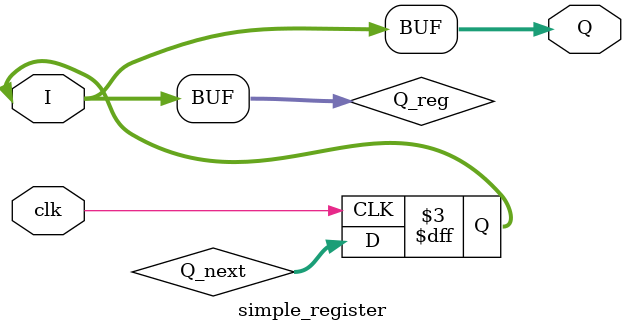
<source format=v>
`timescale 1ns / 1ps


module simple_register
#(parameter N = 4)(
input [N-1 : 0] I ,
input clk,
output [N-1 : 0] Q
    );
    //register part (FF)
    reg [N-1 : 0] Q_reg , Q_next;
   
    always @(posedge clk)
    begin
        Q_reg <= Q_next;                 //using non blocking assignment with sequential elements
    end
    //actual logic (next state logic)
    always @(I)
    begin
       Q_reg = I;
    end   
    //output logic
    assign Q = Q_reg;    
  // in registers: seperate the registers (FF) from the actual logic and the output logic   
 // this is the way to make a basic register >> just remove parameter N    
endmodule

</source>
